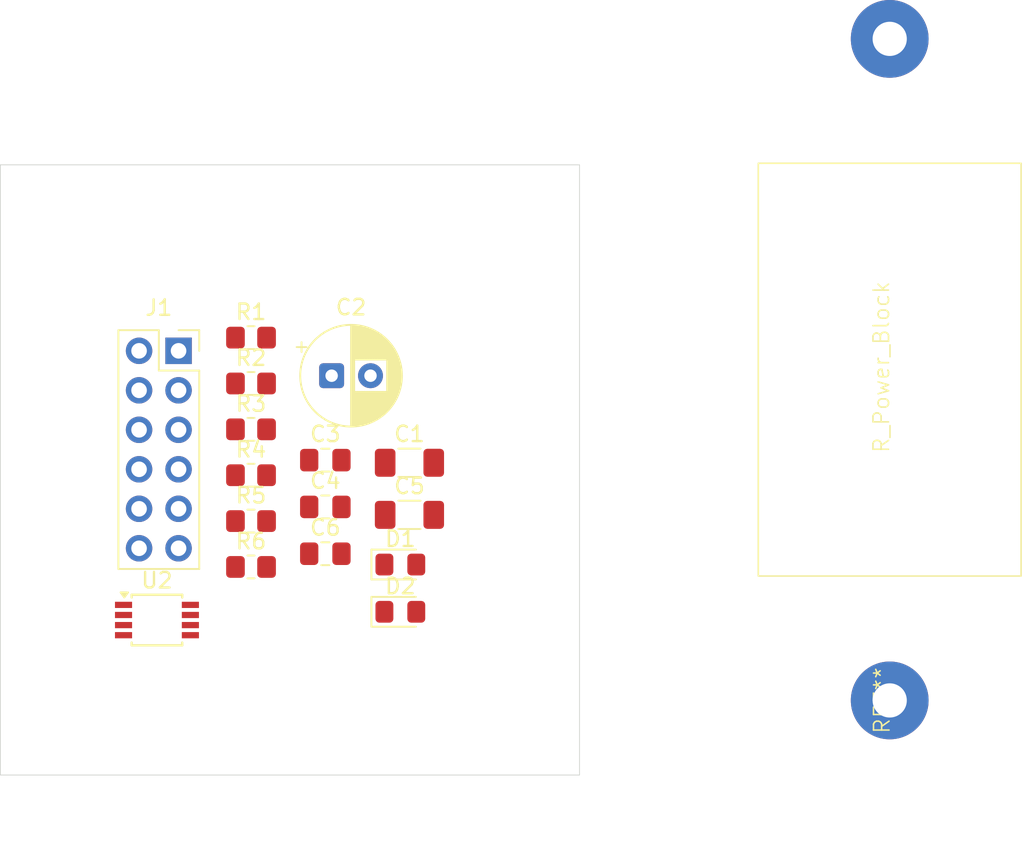
<source format=kicad_pcb>
(kicad_pcb (version 20241229) (generator "pcbnew") (generator_version "9.0")
  (layers (0 "F.Cu" signal) (2 "B.Cu" signal) (13 "F.Paste" user) (15 "B.Paste" user) (5 "F.SilkS" user "F.Silkscreen") (7 "B.SilkS" user "B.Silkscreen") (1 "F.Mask" user) (3 "B.Mask" user) (25 "Edge.Cuts" user))
  (net 0 "")
  (net 1 "+3V3")
  (net 2 "GND")
  (net 3 "ALT_+10V")
  (net 4 "Net-(D1-A)")
  (net 5 "Net-(D2-A)")
  (net 6 "/PWM_HEATER")
  (net 7 "/I2C_SCL")
  (net 8 "/I2C_SDA")
  (net 9 "Net-(U1-REXT)")
  (net 10 "Net-(Q1-PadG)")
  (net 11 "Net-(Q1-PadD)")
  (footprint "MyFootprints:R_Power_Block_27x17_Pxx" (layer "F.Cu") (at 164.2 118.2 90)
    (property "Reference" "REF**" (at 0 -0.5 90) (layer "F.SilkS") (effects (font (thickness 0.1))))
    (property "Value" "R_Power_Block_27x17_Pxx")
    (fp_rect (start 8 -8.45) (end 34.548421 8.45) (stroke (width 0.1)) (fill no) (layer "F.SilkS"))
    (fp_text user "R_Power_Block" (at 15.85 0.05 90) (layer "F.SilkS") (effects (font (thickness 0.1)) (justify left bottom)))
    (pad "1" thru_hole circle (at 0 0 90) (size 5 5) (drill 2.2) (layers "*.Cu" "*.Mask"))
    (pad "2" thru_hole circle (at 42.55 0 90) (size 5 5) (drill 2.2) (layers "*.Cu" "*.Mask"))
  )
  (footprint "Capacitor_SMD:C_0805_2012Metric_Pad1.18x1.45mm_HandSolder" (layer "F.Cu") (at 127.9 108.765)
    (property "Reference" "C6" (at 0 -1.68 0) (layer "F.SilkS"))
    (property "Value" "100n")
    (fp_line (start -0.261252 -0.735) (end 0.261252 -0.735) (stroke (width 0.12)) (layer "F.SilkS"))
    (fp_line (start -0.261252 0.735) (end 0.261252 0.735) (stroke (width 0.12)) (layer "F.SilkS"))
    (pad "1" smd roundrect (at -1.0375 0) (size 1.175 1.45) (layers "F.Cu" "F.Mask" "F.Paste") (roundrect_rratio 0.212766) (net 3 "ALT_+10V"))
    (pad "2" smd roundrect (at 1.0375 0) (size 1.175 1.45) (layers "F.Cu" "F.Mask" "F.Paste") (roundrect_rratio 0.212766) (net 2 "GND"))
  )
  (footprint "Resistor_SMD:R_0805_2012Metric_Pad1.20x1.40mm_HandSolder" (layer "F.Cu") (at 123.12 100.765)
    (property "Reference" "R3" (at 0 -1.65 0) (layer "F.SilkS"))
    (property "Value" "3.3Meg")
    (fp_line (start -0.227064 -0.735) (end 0.227064 -0.735) (stroke (width 0.12)) (layer "F.SilkS"))
    (fp_line (start -0.227064 0.735) (end 0.227064 0.735) (stroke (width 0.12)) (layer "F.SilkS"))
    (pad "1" smd roundrect (at -1 0) (size 1.2 1.4) (layers "F.Cu" "F.Mask" "F.Paste") (roundrect_rratio 0.208333) (net 9 "Net-(U1-REXT)"))
    (pad "2" smd roundrect (at 1 0) (size 1.2 1.4) (layers "F.Cu" "F.Mask" "F.Paste") (roundrect_rratio 0.208333) (net 2 "GND"))
  )
  (footprint "Capacitor_THT:CP_Radial_D6.3mm_P2.50mm" (layer "F.Cu") (at 128.305241 97.315)
    (property "Reference" "C2" (at 1.25 -4.4 0) (layer "F.SilkS"))
    (property "Value" "100u")
    (fp_line (start -2.250241 -1.839) (end -1.620241 -1.839) (stroke (width 0.12)) (layer "F.SilkS"))
    (fp_line (start -1.935241 -2.154) (end -1.935241 -1.524) (stroke (width 0.12)) (layer "F.SilkS"))
    (fp_line (start 1.25 -3.23) (end 1.25 3.23) (stroke (width 0.12)) (layer "F.SilkS"))
    (fp_line (start 1.29 -3.23) (end 1.29 3.23) (stroke (width 0.12)) (layer "F.SilkS"))
    (fp_line (start 1.33 -3.229) (end 1.33 3.229) (stroke (width 0.12)) (layer "F.SilkS"))
    (fp_line (start 1.37 -3.228) (end 1.37 3.228) (stroke (width 0.12)) (layer "F.SilkS"))
    (fp_line (start 1.41 -3.226) (end 1.41 3.226) (stroke (width 0.12)) (layer "F.SilkS"))
    (fp_line (start 1.45 -3.224) (end 1.45 3.224) (stroke (width 0.12)) (layer "F.SilkS"))
    (fp_line (start 1.49 -3.221) (end 1.49 -1.04) (stroke (width 0.12)) (layer "F.SilkS"))
    (fp_line (start 1.49 1.04) (end 1.49 3.221) (stroke (width 0.12)) (layer "F.SilkS"))
    (fp_line (start 1.53 -3.218) (end 1.53 -1.04) (stroke (width 0.12)) (layer "F.SilkS"))
    (fp_line (start 1.53 1.04) (end 1.53 3.218) (stroke (width 0.12)) (layer "F.SilkS"))
    (fp_line (start 1.57 -3.214) (end 1.57 -1.04) (stroke (width 0.12)) (layer "F.SilkS"))
    (fp_line (start 1.57 1.04) (end 1.57 3.214) (stroke (width 0.12)) (layer "F.SilkS"))
    (fp_line (start 1.61 -3.21) (end 1.61 -1.04) (stroke (width 0.12)) (layer "F.SilkS"))
    (fp_line (start 1.61 1.04) (end 1.61 3.21) (stroke (width 0.12)) (layer "F.SilkS"))
    (fp_line (start 1.65 -3.205) (end 1.65 -1.04) (stroke (width 0.12)) (layer "F.SilkS"))
    (fp_line (start 1.65 1.04) (end 1.65 3.205) (stroke (width 0.12)) (layer "F.SilkS"))
    (fp_line (start 1.69 -3.2) (end 1.69 -1.04) (stroke (width 0.12)) (layer "F.SilkS"))
    (fp_line (start 1.69 1.04) (end 1.69 3.2) (stroke (width 0.12)) (layer "F.SilkS"))
    (fp_line (start 1.73 -3.195) (end 1.73 -1.04) (stroke (width 0.12)) (layer "F.SilkS"))
    (fp_line (start 1.73 1.04) (end 1.73 3.195) (stroke (width 0.12)) (layer "F.SilkS"))
    (fp_line (start 1.77 -3.188) (end 1.77 -1.04) (stroke (width 0.12)) (layer "F.SilkS"))
    (fp_line (start 1.77 1.04) (end 1.77 3.188) (stroke (width 0.12)) (layer "F.SilkS"))
    (fp_line (start 1.81 -3.182) (end 1.81 -1.04) (stroke (width 0.12)) (layer "F.SilkS"))
    (fp_line (start 1.81 1.04) (end 1.81 3.182) (stroke (width 0.12)) (layer "F.SilkS"))
    (fp_line (start 1.85 -3.174) (end 1.85 -1.04) (stroke (width 0.12)) (layer "F.SilkS"))
    (fp_line (start 1.85 1.04) (end 1.85 3.174) (stroke (width 0.12)) (layer "F.SilkS"))
    (fp_line (start 1.89 -3.167) (end 1.89 -1.04) (stroke (width 0.12)) (layer "F.SilkS"))
    (fp_line (start 1.89 1.04) (end 1.89 3.167) (stroke (width 0.12)) (layer "F.SilkS"))
    (fp_line (start 1.93 -3.159) (end 1.93 -1.04) (stroke (width 0.12)) (layer "F.SilkS"))
    (fp_line (start 1.93 1.04) (end 1.93 3.159) (stroke (width 0.12)) (layer "F.SilkS"))
    (fp_line (start 1.97 -3.15) (end 1.97 -1.04) (stroke (width 0.12)) (layer "F.SilkS"))
    (fp_line (start 1.97 1.04) (end 1.97 3.15) (stroke (width 0.12)) (layer "F.SilkS"))
    (fp_line (start 2.01 -3.14) (end 2.01 -1.04) (stroke (width 0.12)) (layer "F.SilkS"))
    (fp_line (start 2.01 1.04) (end 2.01 3.14) (stroke (width 0.12)) (layer "F.SilkS"))
    (fp_line (start 2.05 -3.131) (end 2.05 -1.04) (stroke (width 0.12)) (layer "F.SilkS"))
    (fp_line (start 2.05 1.04) (end 2.05 3.131) (stroke (width 0.12)) (layer "F.SilkS"))
    (fp_line (start 2.09 -3.12) (end 2.09 -1.04) (stroke (width 0.12)) (layer "F.SilkS"))
    (fp_line (start 2.09 1.04) (end 2.09 3.12) (stroke (width 0.12)) (layer "F.SilkS"))
    (fp_line (start 2.13 -3.109) (end 2.13 -1.04) (stroke (width 0.12)) (layer "F.SilkS"))
    (fp_line (start 2.13 1.04) (end 2.13 3.109) (stroke (width 0.12)) (layer "F.SilkS"))
    (fp_line (start 2.17 -3.098) (end 2.17 -1.04) (stroke (width 0.12)) (layer "F.SilkS"))
    (fp_line (start 2.17 1.04) (end 2.17 3.098) (stroke (width 0.12)) (layer "F.SilkS"))
    (fp_line (start 2.21 -3.086) (end 2.21 -1.04) (stroke (width 0.12)) (layer "F.SilkS"))
    (fp_line (start 2.21 1.04) (end 2.21 3.086) (stroke (width 0.12)) (layer "F.SilkS"))
    (fp_line (start 2.25 -3.073) (end 2.25 -1.04) (stroke (width 0.12)) (layer "F.SilkS"))
    (fp_line (start 2.25 1.04) (end 2.25 3.073) (stroke (width 0.12)) (layer "F.SilkS"))
    (fp_line (start 2.29 -3.06) (end 2.29 -1.04) (stroke (width 0.12)) (layer "F.SilkS"))
    (fp_line (start 2.29 1.04) (end 2.29 3.06) (stroke (width 0.12)) (layer "F.SilkS"))
    (fp_line (start 2.33 -3.047) (end 2.33 -1.04) (stroke (width 0.12)) (layer "F.SilkS"))
    (fp_line (start 2.33 1.04) (end 2.33 3.047) (stroke (width 0.12)) (layer "F.SilkS"))
    (fp_line (start 2.37 -3.032) (end 2.37 -1.04) (stroke (width 0.12)) (layer "F.SilkS"))
    (fp_line (start 2.37 1.04) (end 2.37 3.032) (stroke (width 0.12)) (layer "F.SilkS"))
    (fp_line (start 2.41 -3.017) (end 2.41 -1.04) (stroke (width 0.12)) (layer "F.SilkS"))
    (fp_line (start 2.41 1.04) (end 2.41 3.017) (stroke (width 0.12)) (layer "F.SilkS"))
    (fp_line (start 2.45 -3.002) (end 2.45 -1.04) (stroke (width 0.12)) (layer "F.SilkS"))
    (fp_line (start 2.45 1.04) (end 2.45 3.002) (stroke (width 0.12)) (layer "F.SilkS"))
    (fp_line (start 2.49 -2.986) (end 2.49 -1.04) (stroke (width 0.12)) (layer "F.SilkS"))
    (fp_line (start 2.49 1.04) (end 2.49 2.986) (stroke (width 0.12)) (layer "F.SilkS"))
    (fp_line (start 2.53 -2.969) (end 2.53 -1.04) (stroke (width 0.12)) (layer "F.SilkS"))
    (fp_line (start 2.53 1.04) (end 2.53 2.969) (stroke (width 0.12)) (layer "F.SilkS"))
    (fp_line (start 2.57 -2.952) (end 2.57 -1.04) (stroke (width 0.12)) (layer "F.SilkS"))
    (fp_line (start 2.57 1.04) (end 2.57 2.952) (stroke (width 0.12)) (layer "F.SilkS"))
    (fp_line (start 2.61 -2.934) (end 2.61 -1.04) (stroke (width 0.12)) (layer "F.SilkS"))
    (fp_line (start 2.61 1.04) (end 2.61 2.934) (stroke (width 0.12)) (layer "F.SilkS"))
    (fp_line (start 2.65 -2.915) (end 2.65 -1.04) (stroke (width 0.12)) (layer "F.SilkS"))
    (fp_line (start 2.65 1.04) (end 2.65 2.915) (stroke (width 0.12)) (layer "F.SilkS"))
    (fp_line (start 2.69 -2.896) (end 2.69 -1.04) (stroke (width 0.12)) (layer "F.SilkS"))
    (fp_line (start 2.69 1.04) (end 2.69 2.896) (stroke (width 0.12)) (layer "F.SilkS"))
    (fp_line (start 2.73 -2.876) (end 2.73 -1.04) (stroke (width 0.12)) (layer "F.SilkS"))
    (fp_line (start 2.73 1.04) (end 2.73 2.876) (stroke (width 0.12)) (layer "F.SilkS"))
    (fp_line (start 2.77 -2.855) (end 2.77 -1.04) (stroke (width 0.12)) (layer "F.SilkS"))
    (fp_line (start 2.77 1.04) (end 2.77 2.855) (stroke (width 0.12)) (layer "F.SilkS"))
    (fp_line (start 2.81 -2.834) (end 2.81 -1.04) (stroke (width 0.12)) (layer "F.SilkS"))
    (fp_line (start 2.81 1.04) (end 2.81 2.834) (stroke (width 0.12)) (layer "F.SilkS"))
    (fp_line (start 2.85 -2.812) (end 2.85 -1.04) (stroke (width 0.12)) (layer "F.SilkS"))
    (fp_line (start 2.85 1.04) (end 2.85 2.812) (stroke (width 0.12)) (layer "F.SilkS"))
    (fp_line (start 2.89 -2.789) (end 2.89 -1.04) (stroke (width 0.12)) (layer "F.SilkS"))
    (fp_line (start 2.89 1.04) (end 2.89 2.789) (stroke (width 0.12)) (layer "F.SilkS"))
    (fp_line (start 2.93 -2.765) (end 2.93 -1.04) (stroke (width 0.12)) (layer "F.SilkS"))
    (fp_line (start 2.93 1.04) (end 2.93 2.765) (stroke (width 0.12)) (layer "F.SilkS"))
    (fp_line (start 2.97 -2.741) (end 2.97 -1.04) (stroke (width 0.12)) (layer "F.SilkS"))
    (fp_line (start 2.97 1.04) (end 2.97 2.741) (stroke (width 0.12)) (layer "F.SilkS"))
    (fp_line (start 3.01 -2.716) (end 3.01 -1.04) (stroke (width 0.12)) (layer "F.SilkS"))
    (fp_line (start 3.01 1.04) (end 3.01 2.716) (stroke (width 0.12)) (layer "F.SilkS"))
    (fp_line (start 3.05 -2.69) (end 3.05 -1.04) (stroke (width 0.12)) (layer "F.SilkS"))
    (fp_line (start 3.05 1.04) (end 3.05 2.69) (stroke (width 0.12)) (layer "F.SilkS"))
    (fp_line (start 3.09 -2.663) (end 3.09 -1.04) (stroke (width 0.12)) (layer "F.SilkS"))
    (fp_line (start 3.09 1.04) (end 3.09 2.663) (stroke (width 0.12)) (layer "F.SilkS"))
    (fp_line (start 3.13 -2.636) (end 3.13 -1.04) (stroke (width 0.12)) (layer "F.SilkS"))
    (fp_line (start 3.13 1.04) (end 3.13 2.636) (stroke (width 0.12)) (layer "F.SilkS"))
    (fp_line (start 3.17 -2.607) (end 3.17 -1.04) (stroke (width 0.12)) (layer "F.SilkS"))
    (fp_line (start 3.17 1.04) (end 3.17 2.607) (stroke (width 0.12)) (layer "F.SilkS"))
    (fp_line (start 3.21 -2.577) (end 3.21 -1.04) (stroke (width 0.12)) (layer "F.SilkS"))
    (fp_line (start 3.21 1.04) (end 3.21 2.577) (stroke (width 0.12)) (layer "F.SilkS"))
    (fp_line (start 3.25 -2.547) (end 3.25 -1.04) (stroke (width 0.12)) (layer "F.SilkS"))
    (fp_line (start 3.25 1.04) (end 3.25 2.547) (stroke (width 0.12)) (layer "F.SilkS"))
    (fp_line (start 3.29 -2.516) (end 3.29 -1.04) (stroke (width 0.12)) (layer "F.SilkS"))
    (fp_line (start 3.29 1.04) (end 3.29 2.516) (stroke (width 0.12)) (layer "F.SilkS"))
    (fp_line (start 3.33 -2.483) (end 3.33 -1.04) (stroke (width 0.12)) (layer "F.SilkS"))
    (fp_line (start 3.33 1.04) (end 3.33 2.483) (stroke (width 0.12)) (layer "F.SilkS"))
    (fp_line (start 3.37 -2.45) (end 3.37 -1.04) (stroke (width 0.12)) (layer "F.SilkS"))
    (fp_line (start 3.37 1.04) (end 3.37 2.45) (stroke (width 0.12)) (layer "F.SilkS"))
    (fp_line (start 3.41 -2.415) (end 3.41 -1.04) (stroke (width 0.12)) (layer "F.SilkS"))
    (fp_line (start 3.41 1.04) (end 3.41 2.415) (stroke (width 0.12)) (layer "F.SilkS"))
    (fp_line (start 3.45 -2.379) (end 3.45 -1.04) (stroke (width 0.12)) (layer "F.SilkS"))
    (fp_line (start 3.45 1.04) (end 3.45 2.379) (stroke (width 0.12)) (layer "F.SilkS"))
    (fp_line (start 3.49 -2.342) (end 3.49 -1.04) (stroke (width 0.12)) (layer "F.SilkS"))
    (fp_line (start 3.49 1.04) (end 3.49 2.342) (stroke (width 0.12)) (layer "F.SilkS"))
    (fp_line (start 3.53 -2.304) (end 3.53 -1.04) (stroke (width 0.12)) (layer "F.SilkS"))
    (fp_line (start 3.53 1.04) (end 3.53 2.304) (stroke (width 0.12)) (layer "F.SilkS"))
    (fp_line (start 3.57 -2.264) (end 3.57 2.264) (stroke (width 0.12)) (layer "F.SilkS"))
    (fp_line (start 3.61 -2.223) (end 3.61 2.223) (stroke (width 0.12)) (layer "F.SilkS"))
    (fp_line (start 3.65 -2.181) (end 3.65 2.181) (stroke (width 0.12)) (layer "F.SilkS"))
    (fp_line (start 3.69 -2.137) (end 3.69 2.137) (stroke (width 0.12)) (layer "F.SilkS"))
    (fp_line (start 3.73 -2.091) (end 3.73 2.091) (stroke (width 0.12)) (layer "F.SilkS"))
    (fp_line (start 3.77 -2.044) (end 3.77 2.044) (stroke (width 0.12)) (layer "F.SilkS"))
    (fp_line (start 3.81 -1.995) (end 3.81 1.995) (stroke (width 0.12)) (layer "F.SilkS"))
    (fp_line (start 3.85 -1.943) (end 3.85 1.943) (stroke (width 0.12)) (layer "F.SilkS"))
    (fp_line (start 3.89 -1.89) (end 3.89 1.89) (stroke (width 0.12)) (layer "F.SilkS"))
    (fp_line (start 3.93 -1.834) (end 3.93 1.834) (stroke (width 0.12)) (layer "F.SilkS"))
    (fp_line (start 3.97 -1.775) (end 3.97 1.775) (stroke (width 0.12)) (layer "F.SilkS"))
    (fp_line (start 4.01 -1.714) (end 4.01 1.714) (stroke (width 0.12)) (layer "F.SilkS"))
    (fp_line (start 4.05 -1.649) (end 4.05 1.649) (stroke (width 0.12)) (layer "F.SilkS"))
    (fp_line (start 4.09 -1.581) (end 4.09 1.581) (stroke (width 0.12)) (layer "F.SilkS"))
    (fp_line (start 4.13 -1.509) (end 4.13 1.509) (stroke (width 0.12)) (layer "F.SilkS"))
    (fp_line (start 4.17 -1.432) (end 4.17 1.432) (stroke (width 0.12)) (layer "F.SilkS"))
    (fp_line (start 4.21 -1.35) (end 4.21 1.35) (stroke (width 0.12)) (layer "F.SilkS"))
    (fp_line (start 4.25 -1.261) (end 4.25 1.261) (stroke (width 0.12)) (layer "F.SilkS"))
    (fp_line (start 4.29 -1.165) (end 4.29 1.165) (stroke (width 0.12)) (layer "F.SilkS"))
    (fp_line (start 4.33 -1.058) (end 4.33 1.058) (stroke (width 0.12)) (layer "F.SilkS"))
    (fp_line (start 4.37 -0.939) (end 4.37 0.939) (stroke (width 0.12)) (layer "F.SilkS"))
    (fp_line (start 4.41 -0.801) (end 4.41 0.801) (stroke (width 0.12)) (layer "F.SilkS"))
    (fp_line (start 4.45 -0.633) (end 4.45 0.633) (stroke (width 0.12)) (layer "F.SilkS"))
    (fp_line (start 4.49 -0.402) (end 4.49 0.402) (stroke (width 0.12)) (layer "F.SilkS"))
    (fp_circle (center 1.25 0) (end 4.52 0) (stroke (width 0.12)) (fill no) (layer "F.SilkS"))
    (pad "1" thru_hole roundrect (at 0 0) (size 1.6 1.6) (drill 0.8) (layers "*.Cu" "*.Mask") (roundrect_rratio 0.15625) (net 3 "ALT_+10V"))
    (pad "2" thru_hole circle (at 2.5 0) (size 1.6 1.6) (drill 0.8) (layers "*.Cu" "*.Mask") (net 2 "GND"))
  )
  (footprint "Capacitor_SMD:C_1206_3216Metric_Pad1.33x1.80mm_HandSolder" (layer "F.Cu") (at 133.31 102.915)
    (property "Reference" "C1" (at 0 -1.85 0) (layer "F.SilkS"))
    (property "Value" "10u")
    (fp_line (start -0.711252 -0.91) (end 0.711252 -0.91) (stroke (width 0.12)) (layer "F.SilkS"))
    (fp_line (start -0.711252 0.91) (end 0.711252 0.91) (stroke (width 0.12)) (layer "F.SilkS"))
    (pad "1" smd roundrect (at -1.5625 0) (size 1.325 1.8) (layers "F.Cu" "F.Mask" "F.Paste") (roundrect_rratio 0.188679) (net 1 "+3V3"))
    (pad "2" smd roundrect (at 1.5625 0) (size 1.325 1.8) (layers "F.Cu" "F.Mask" "F.Paste") (roundrect_rratio 0.188679) (net 2 "GND"))
  )
  (footprint "LED_SMD:LED_0805_2012Metric_Pad1.15x1.40mm_HandSolder" (layer "F.Cu") (at 132.725 112.5)
    (property "Reference" "D2" (at 0 -1.65 0) (layer "F.SilkS"))
    (property "Value" "LED_PWR")
    (fp_line (start -1.86 -0.96) (end -1.86 0.96) (stroke (width 0.12)) (layer "F.SilkS"))
    (fp_line (start -1.86 0.96) (end 1 0.96) (stroke (width 0.12)) (layer "F.SilkS"))
    (fp_line (start 1 -0.96) (end -1.86 -0.96) (stroke (width 0.12)) (layer "F.SilkS"))
    (pad "1" smd roundrect (at -1.025 0) (size 1.15 1.4) (layers "F.Cu" "F.Mask" "F.Paste") (roundrect_rratio 0.217391) (net 2 "GND"))
    (pad "2" smd roundrect (at 1.025 0) (size 1.15 1.4) (layers "F.Cu" "F.Mask" "F.Paste") (roundrect_rratio 0.217391) (net 5 "Net-(D2-A)"))
  )
  (footprint "Capacitor_SMD:C_0805_2012Metric_Pad1.18x1.45mm_HandSolder" (layer "F.Cu") (at 127.9 105.755)
    (property "Reference" "C4" (at 0 -1.68 0) (layer "F.SilkS"))
    (property "Value" "100n")
    (fp_line (start -0.261252 -0.735) (end 0.261252 -0.735) (stroke (width 0.12)) (layer "F.SilkS"))
    (fp_line (start -0.261252 0.735) (end 0.261252 0.735) (stroke (width 0.12)) (layer "F.SilkS"))
    (pad "1" smd roundrect (at -1.0375 0) (size 1.175 1.45) (layers "F.Cu" "F.Mask" "F.Paste") (roundrect_rratio 0.212766) (net 2 "GND"))
    (pad "2" smd roundrect (at 1.0375 0) (size 1.175 1.45) (layers "F.Cu" "F.Mask" "F.Paste") (roundrect_rratio 0.212766) (net 1 "+3V3"))
  )
  (footprint "Resistor_SMD:R_0805_2012Metric_Pad1.20x1.40mm_HandSolder" (layer "F.Cu") (at 123.12 109.615)
    (property "Reference" "R6" (at 0 -1.65 0) (layer "F.SilkS"))
    (property "Value" "10k")
    (fp_line (start -0.227064 -0.735) (end 0.227064 -0.735) (stroke (width 0.12)) (layer "F.SilkS"))
    (fp_line (start -0.227064 0.735) (end 0.227064 0.735) (stroke (width 0.12)) (layer "F.SilkS"))
    (pad "1" smd roundrect (at -1 0) (size 1.2 1.4) (layers "F.Cu" "F.Mask" "F.Paste") (roundrect_rratio 0.208333) (net 3 "ALT_+10V"))
    (pad "2" smd roundrect (at 1 0) (size 1.2 1.4) (layers "F.Cu" "F.Mask" "F.Paste") (roundrect_rratio 0.208333) (net 11 "Net-(Q1-PadD)"))
  )
  (footprint "Connector_PinSocket_2.54mm:PinSocket_2x06_P2.54mm_Vertical" (layer "F.Cu") (at 118.46 95.715)
    (property "Reference" "J1" (at -1.27 -2.77 0) (layer "F.SilkS"))
    (property "Value" "Conn_02x06_Odd_Even")
    (fp_line (start -3.87 -1.33) (end -3.87 14.03) (stroke (width 0.12)) (layer "F.SilkS"))
    (fp_line (start -3.87 -1.33) (end -1.27 -1.33) (stroke (width 0.12)) (layer "F.SilkS"))
    (fp_line (start -3.87 14.03) (end 1.33 14.03) (stroke (width 0.12)) (layer "F.SilkS"))
    (fp_line (start -1.27 -1.33) (end -1.27 1.27) (stroke (width 0.12)) (layer "F.SilkS"))
    (fp_line (start -1.27 1.27) (end 1.33 1.27) (stroke (width 0.12)) (layer "F.SilkS"))
    (fp_line (start 0 -1.33) (end 1.33 -1.33) (stroke (width 0.12)) (layer "F.SilkS"))
    (fp_line (start 1.33 -1.33) (end 1.33 0) (stroke (width 0.12)) (layer "F.SilkS"))
    (fp_line (start 1.33 1.27) (end 1.33 14.03) (stroke (width 0.12)) (layer "F.SilkS"))
    (pad "1" thru_hole rect (at 0 0) (size 1.7 1.7) (drill 1) (layers "*.Cu" "*.Mask") (net 2 "GND"))
    (pad "2" thru_hole circle (at -2.54 0) (size 1.7 1.7) (drill 1) (layers "*.Cu" "*.Mask") (net 3 "ALT_+10V"))
    (pad "3" thru_hole circle (at 0 2.54) (size 1.7 1.7) (drill 1) (layers "*.Cu" "*.Mask") (net 2 "GND"))
    (pad "4" thru_hole circle (at -2.54 2.54) (size 1.7 1.7) (drill 1) (layers "*.Cu" "*.Mask") (net 3 "ALT_+10V"))
    (pad "5" thru_hole circle (at 0 5.08) (size 1.7 1.7) (drill 1) (layers "*.Cu" "*.Mask") (net 2 "GND"))
    (pad "6" thru_hole circle (at -2.54 5.08) (size 1.7 1.7) (drill 1) (layers "*.Cu" "*.Mask") (net 1 "+3V3"))
    (pad "7" thru_hole circle (at 0 7.62) (size 1.7 1.7) (drill 1) (layers "*.Cu" "*.Mask") (net 2 "GND"))
    (pad "8" thru_hole circle (at -2.54 7.62) (size 1.7 1.7) (drill 1) (layers "*.Cu" "*.Mask") (net 6 "/PWM_HEATER"))
    (pad "9" thru_hole circle (at 0 10.16) (size 1.7 1.7) (drill 1) (layers "*.Cu" "*.Mask") (net 2 "GND"))
    (pad "10" thru_hole circle (at -2.54 10.16) (size 1.7 1.7) (drill 1) (layers "*.Cu" "*.Mask") (net 7 "/I2C_SCL"))
    (pad "11" thru_hole circle (at 0 12.7) (size 1.7 1.7) (drill 1) (layers "*.Cu" "*.Mask") (net 2 "GND"))
    (pad "12" thru_hole circle (at -2.54 12.7) (size 1.7 1.7) (drill 1) (layers "*.Cu" "*.Mask") (net 8 "/I2C_SDA"))
  )
  (footprint "Resistor_SMD:R_0805_2012Metric_Pad1.20x1.40mm_HandSolder" (layer "F.Cu") (at 123.12 97.815)
    (property "Reference" "R2" (at 0 -1.65 0) (layer "F.SilkS"))
    (property "Value" "10k")
    (fp_line (start -0.227064 -0.735) (end 0.227064 -0.735) (stroke (width 0.12)) (layer "F.SilkS"))
    (fp_line (start -0.227064 0.735) (end 0.227064 0.735) (stroke (width 0.12)) (layer "F.SilkS"))
    (pad "1" smd roundrect (at -1 0) (size 1.2 1.4) (layers "F.Cu" "F.Mask" "F.Paste") (roundrect_rratio 0.208333) (net 5 "Net-(D2-A)"))
    (pad "2" smd roundrect (at 1 0) (size 1.2 1.4) (layers "F.Cu" "F.Mask" "F.Paste") (roundrect_rratio 0.208333) (net 3 "ALT_+10V"))
  )
  (footprint "Resistor_SMD:R_0805_2012Metric_Pad1.20x1.40mm_HandSolder" (layer "F.Cu") (at 123.12 103.715)
    (property "Reference" "R4" (at 0 -1.65 0) (layer "F.SilkS"))
    (property "Value" "10k")
    (fp_line (start -0.227064 -0.735) (end 0.227064 -0.735) (stroke (width 0.12)) (layer "F.SilkS"))
    (fp_line (start -0.227064 0.735) (end 0.227064 0.735) (stroke (width 0.12)) (layer "F.SilkS"))
    (pad "1" smd roundrect (at -1 0) (size 1.2 1.4) (layers "F.Cu" "F.Mask" "F.Paste") (roundrect_rratio 0.208333) (net 1 "+3V3"))
    (pad "2" smd roundrect (at 1 0) (size 1.2 1.4) (layers "F.Cu" "F.Mask" "F.Paste") (roundrect_rratio 0.208333) (net 6 "/PWM_HEATER"))
  )
  (footprint "Package_SO:TSSOP-8_3x3mm_P0.65mm" (layer "F.Cu") (at 117.07 113.03)
    (property "Reference" "U2" (at 0 -2.55 0) (layer "F.SilkS"))
    (property "Value" "PCT2075")
    (fp_line (start -1.625 -1.625) (end -1.625 -1.45) (stroke (width 0.15)) (layer "F.SilkS"))
    (fp_line (start -1.625 -1.625) (end 1.625 -1.625) (stroke (width 0.15)) (layer "F.SilkS"))
    (fp_line (start -1.625 1.45) (end -1.625 1.625) (stroke (width 0.15)) (layer "F.SilkS"))
    (fp_line (start -1.625 1.625) (end 1.625 1.625) (stroke (width 0.15)) (layer "F.SilkS"))
    (fp_line (start 1.625 -1.625) (end 1.625 -1.45) (stroke (width 0.15)) (layer "F.SilkS"))
    (fp_line (start 1.625 1.45) (end 1.625 1.625) (stroke (width 0.15)) (layer "F.SilkS"))
    (fp_poly (pts (xy -2.1 -1.45) (xy -2.34 -1.78) (xy -1.86 -1.78) (xy -2.1 -1.45)) (stroke (width 0.12)) (fill yes) (layer "F.SilkS"))
    (pad "1" smd rect (at -2.15 -0.975) (size 1.1 0.4) (layers "F.Cu" "F.Mask" "F.Paste") (net 8 "/I2C_SDA"))
    (pad "2" smd rect (at -2.15 -0.325) (size 1.1 0.4) (layers "F.Cu" "F.Mask" "F.Paste") (net 7 "/I2C_SCL"))
    (pad "3" smd rect (at -2.15 0.325) (size 1.1 0.4) (layers "F.Cu" "F.Mask" "F.Paste"))
    (pad "4" smd rect (at -2.15 0.975) (size 1.1 0.4) (layers "F.Cu" "F.Mask" "F.Paste") (net 2 "GND"))
    (pad "5" smd rect (at 2.15 0.975) (size 1.1 0.4) (layers "F.Cu" "F.Mask" "F.Paste") (net 2 "GND"))
    (pad "6" smd rect (at 2.15 0.325) (size 1.1 0.4) (layers "F.Cu" "F.Mask" "F.Paste") (net 1 "+3V3"))
    (pad "7" smd rect (at 2.15 -0.325) (size 1.1 0.4) (layers "F.Cu" "F.Mask" "F.Paste") (net 2 "GND"))
    (pad "8" smd rect (at 2.15 -0.975) (size 1.1 0.4) (layers "F.Cu" "F.Mask" "F.Paste") (net 1 "+3V3"))
  )
  (footprint "LED_SMD:LED_0805_2012Metric_Pad1.15x1.40mm_HandSolder" (layer "F.Cu") (at 132.725 109.46)
    (property "Reference" "D1" (at 0 -1.65 0) (layer "F.SilkS"))
    (property "Value" "LED_PWR")
    (fp_line (start -1.86 -0.96) (end -1.86 0.96) (stroke (width 0.12)) (layer "F.SilkS"))
    (fp_line (start -1.86 0.96) (end 1 0.96) (stroke (width 0.12)) (layer "F.SilkS"))
    (fp_line (start 1 -0.96) (end -1.86 -0.96) (stroke (width 0.12)) (layer "F.SilkS"))
    (pad "1" smd roundrect (at -1.025 0) (size 1.15 1.4) (layers "F.Cu" "F.Mask" "F.Paste") (roundrect_rratio 0.217391) (net 2 "GND"))
    (pad "2" smd roundrect (at 1.025 0) (size 1.15 1.4) (layers "F.Cu" "F.Mask" "F.Paste") (roundrect_rratio 0.217391) (net 4 "Net-(D1-A)"))
  )
  (footprint "Capacitor_SMD:C_0805_2012Metric_Pad1.18x1.45mm_HandSolder" (layer "F.Cu") (at 127.9 102.745)
    (property "Reference" "C3" (at 0 -1.68 0) (layer "F.SilkS"))
    (property "Value" "100n")
    (fp_line (start -0.261252 -0.735) (end 0.261252 -0.735) (stroke (width 0.12)) (layer "F.SilkS"))
    (fp_line (start -0.261252 0.735) (end 0.261252 0.735) (stroke (width 0.12)) (layer "F.SilkS"))
    (pad "1" smd roundrect (at -1.0375 0) (size 1.175 1.45) (layers "F.Cu" "F.Mask" "F.Paste") (roundrect_rratio 0.212766) (net 1 "+3V3"))
    (pad "2" smd roundrect (at 1.0375 0) (size 1.175 1.45) (layers "F.Cu" "F.Mask" "F.Paste") (roundrect_rratio 0.212766) (net 2 "GND"))
  )
  (footprint "Resistor_SMD:R_0805_2012Metric_Pad1.20x1.40mm_HandSolder" (layer "F.Cu") (at 123.12 94.865)
    (property "Reference" "R1" (at 0 -1.65 0) (layer "F.SilkS"))
    (property "Value" "10k")
    (fp_line (start -0.227064 -0.735) (end 0.227064 -0.735) (stroke (width 0.12)) (layer "F.SilkS"))
    (fp_line (start -0.227064 0.735) (end 0.227064 0.735) (stroke (width 0.12)) (layer "F.SilkS"))
    (pad "1" smd roundrect (at -1 0) (size 1.2 1.4) (layers "F.Cu" "F.Mask" "F.Paste") (roundrect_rratio 0.208333) (net 4 "Net-(D1-A)"))
    (pad "2" smd roundrect (at 1 0) (size 1.2 1.4) (layers "F.Cu" "F.Mask" "F.Paste") (roundrect_rratio 0.208333) (net 1 "+3V3"))
  )
  (footprint "Resistor_SMD:R_0805_2012Metric_Pad1.20x1.40mm_HandSolder" (layer "F.Cu") (at 123.12 106.665)
    (property "Reference" "R5" (at 0 -1.65 0) (layer "F.SilkS"))
    (property "Value" "100R")
    (fp_line (start -0.227064 -0.735) (end 0.227064 -0.735) (stroke (width 0.12)) (layer "F.SilkS"))
    (fp_line (start -0.227064 0.735) (end 0.227064 0.735) (stroke (width 0.12)) (layer "F.SilkS"))
    (pad "1" smd roundrect (at -1 0) (size 1.2 1.4) (layers "F.Cu" "F.Mask" "F.Paste") (roundrect_rratio 0.208333) (net 6 "/PWM_HEATER"))
    (pad "2" smd roundrect (at 1 0) (size 1.2 1.4) (layers "F.Cu" "F.Mask" "F.Paste") (roundrect_rratio 0.208333) (net 10 "Net-(Q1-PadG)"))
  )
  (footprint "Capacitor_SMD:C_1206_3216Metric_Pad1.33x1.80mm_HandSolder" (layer "F.Cu") (at 133.31 106.265)
    (property "Reference" "C5" (at 0 -1.85 0) (layer "F.SilkS"))
    (property "Value" "10u")
    (fp_line (start -0.711252 -0.91) (end 0.711252 -0.91) (stroke (width 0.12)) (layer "F.SilkS"))
    (fp_line (start -0.711252 0.91) (end 0.711252 0.91) (stroke (width 0.12)) (layer "F.SilkS"))
    (pad "1" smd roundrect (at -1.5625 0) (size 1.325 1.8) (layers "F.Cu" "F.Mask" "F.Paste") (roundrect_rratio 0.188679) (net 3 "ALT_+10V"))
    (pad "2" smd roundrect (at 1.5625 0) (size 1.325 1.8) (layers "F.Cu" "F.Mask" "F.Paste") (roundrect_rratio 0.188679) (net 2 "GND"))
  )
  (gr_rect (start 107 83.75) (end 144.25 123) (stroke (width 0.05)) (fill no) (layer "Edge.Cuts"))
)
</source>
